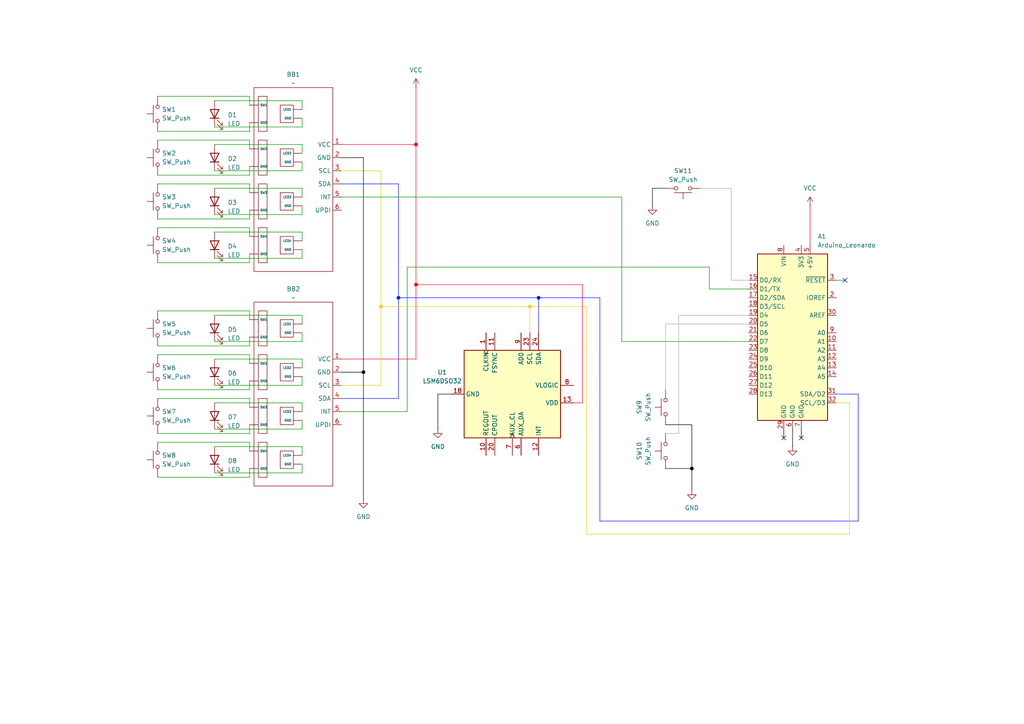
<source format=kicad_sch>
(kicad_sch (version 20231120) (generator "eeschema") (generator_version "8.0")
  (paper "A4")
  (title_block (title "Gun Controller"))
  (lib_symbols
    (symbol "Device:LED" (pin_numbers hide) (pin_names (offset 1.016) hide)
      (property "Reference" "D" (at 0 2.54 0))
      (property "Value" "LED" (at 0 -2.54 0))
      (symbol "LED_0_1"
        (polyline (pts (xy -1.27 -1.27) (xy -1.27 1.27)) (stroke (width 0.254)))
        (polyline (pts (xy -1.27 0) (xy 1.27 0)))
        (polyline (pts (xy 1.27 -1.27) (xy 1.27 1.27) (xy -1.27 0) (xy 1.27 -1.27)) (stroke (width 0.254)))
        (polyline (pts (xy -3.048 -0.762) (xy -4.572 -2.286) (xy -3.81 -2.286) (xy -4.572 -2.286) (xy -4.572 -1.524)))
        (polyline (pts (xy -1.778 -0.762) (xy -3.302 -2.286) (xy -2.54 -2.286) (xy -3.302 -2.286) (xy -3.302 -1.524)))
      )
      (symbol "LED_1_1"
        (pin passive line (at -3.81 0 0) (length 2.54) (name "K") (number "1"))
        (pin passive line (at 3.81 0 180) (length 2.54) (name "A") (number "2"))
      )
    )
    (symbol "GunProject_lib:ButtonBreakout"
      (property "Reference" "BB" (at 0 -0.762 0))
      (symbol "ButtonBreakout_0_1"
        (rectangle (start -26.67 8.89) (end 26.67 -13.97))
        (rectangle (start -24.13 -10.16) (end -13.97 -12.7))
        (rectangle (start -21.59 -2.54) (end -16.51 -6.35))
        (rectangle (start -11.43 -10.16) (end -1.27 -12.7))
        (rectangle (start -8.89 -2.54) (end -3.81 -6.35))
        (rectangle (start 1.27 -10.16) (end 11.43 -12.7))
        (rectangle (start 3.81 -2.54) (end 8.89 -6.35))
        (rectangle (start 13.97 -10.16) (end 24.13 -12.7))
        (rectangle (start 16.51 -2.54) (end 21.59 -6.35))
      )
      (symbol "ButtonBreakout_1_1"
        (pin input line (at -17.78 0 270) (length 2.54) (name "GND") (number ""))
        (pin output line (at -16.51 -15.24 90) (length 2.54) (name "GND") (number ""))
        (pin input line (at -5.08 0 270) (length 2.54) (name "GND") (number ""))
        (pin output line (at -3.81 -15.24 90) (length 2.54) (name "GND") (number ""))
        (pin input line (at 7.62 0 270) (length 2.54) (name "GND") (number ""))
        (pin output line (at 8.89 -15.24 90) (length 2.54) (name "GND") (number ""))
        (pin input line (at 20.32 0 270) (length 2.54) (name "GND") (number ""))
        (pin output line (at 21.59 -15.24 90) (length 2.54) (name "GND") (number ""))
        (pin output line (at -20.32 0 270) (length 2.54) (name "LED1") (number ""))
        (pin output line (at -7.62 0 270) (length 2.54) (name "LED2") (number ""))
        (pin output line (at 5.08 0 270) (length 2.54) (name "LED3") (number ""))
        (pin output line (at 17.78 0 270) (length 2.54) (name "LED4") (number ""))
        (pin input line (at -21.59 -15.24 90) (length 2.54) (name "SW1") (number ""))
        (pin input line (at -8.89 -15.24 90) (length 2.54) (name "SW2") (number ""))
        (pin input line (at 3.81 -15.24 90) (length 2.54) (name "SW3") (number ""))
        (pin input line (at 16.51 -15.24 90) (length 2.54) (name "SW4") (number ""))
        (pin input line (at -10.16 11.43 270) (length 2.54) (name "VCC") (number "1"))
        (pin input line (at -6.35 11.43 270) (length 2.54) (name "GND") (number "2"))
        (pin bidirectional line (at -2.54 11.43 270) (length 2.54) (name "SCL") (number "3"))
        (pin bidirectional line (at 1.27 11.43 270) (length 2.54) (name "SDA") (number "4"))
        (pin output line (at 5.08 11.43 270) (length 2.54) (name "INT") (number "5"))
        (pin bidirectional line (at 8.89 11.43 270) (length 2.54) (name "UPDI") (number "6"))
      )
    )
    (symbol "MCU_Module:Arduino_Leonardo"
      (property "Reference" "A" (at -10.16 23.495 0))
      (property "Value" "Arduino_Leonardo" (at 5.08 -26.67 0))
      (symbol "Arduino_Leonardo_0_1"
        (rectangle (start -10.16 22.86) (end 10.16 -25.4) (stroke (width 0.254)) (fill (type background)))
      )
      (symbol "Arduino_Leonardo_1_1"
        (pin no_connect line (at -10.16 -20.32 0) (length 2.54) hide (name "NC") (number "1"))
        (pin bidirectional line (at 12.7 -2.54 180) (length 2.54) (name "A1") (number "10"))
        (pin bidirectional line (at 12.7 -5.08 180) (length 2.54) (name "A2") (number "11"))
        (pin bidirectional line (at 12.7 -7.62 180) (length 2.54) (name "A3") (number "12"))
        (pin bidirectional line (at 12.7 -10.16 180) (length 2.54) (name "A4") (number "13"))
        (pin bidirectional line (at 12.7 -12.7 180) (length 2.54) (name "A5") (number "14"))
        (pin bidirectional line (at -12.7 15.24 0) (length 2.54) (name "D0/RX") (number "15"))
        (pin bidirectional line (at -12.7 12.7 0) (length 2.54) (name "D1/TX") (number "16"))
        (pin bidirectional line (at -12.7 10.16 0) (length 2.54) (name "D2/SDA") (number "17"))
        (pin bidirectional line (at -12.7 7.62 0) (length 2.54) (name "D3/SCL") (number "18"))
        (pin bidirectional line (at -12.7 5.08 0) (length 2.54) (name "D4") (number "19"))
        (pin output line (at 12.7 10.16 180) (length 2.54) (name "IOREF") (number "2"))
        (pin bidirectional line (at -12.7 2.54 0) (length 2.54) (name "D5") (number "20"))
        (pin bidirectional line (at -12.7 0 0) (length 2.54) (name "D6") (number "21"))
        (pin bidirectional line (at -12.7 -2.54 0) (length 2.54) (name "D7") (number "22"))
        (pin bidirectional line (at -12.7 -5.08 0) (length 2.54) (name "D8") (number "23"))
        (pin bidirectional line (at -12.7 -7.62 0) (length 2.54) (name "D9") (number "24"))
        (pin bidirectional line (at -12.7 -10.16 0) (length 2.54) (name "D10") (number "25"))
        (pin bidirectional line (at -12.7 -12.7 0) (length 2.54) (name "D11") (number "26"))
        (pin bidirectional line (at -12.7 -15.24 0) (length 2.54) (name "D12") (number "27"))
        (pin bidirectional line (at -12.7 -17.78 0) (length 2.54) (name "D13") (number "28"))
        (pin power_in line (at -2.54 -27.94 90) (length 2.54) (name "GND") (number "29"))
        (pin input line (at 12.7 15.24 180) (length 2.54) (name "~{RESET}") (number "3"))
        (pin input line (at 12.7 5.08 180) (length 2.54) (name "AREF") (number "30"))
        (pin bidirectional line (at 12.7 -17.78 180) (length 2.54) (name "SDA/D2") (number "31"))
        (pin bidirectional line (at 12.7 -20.32 180) (length 2.54) (name "SCL/D3") (number "32"))
        (pin power_out line (at 2.54 25.4 270) (length 2.54) (name "3V3") (number "4"))
        (pin power_out line (at 5.08 25.4 270) (length 2.54) (name "+5V") (number "5"))
        (pin power_in line (at 0 -27.94 90) (length 2.54) (name "GND") (number "6"))
        (pin power_in line (at 2.54 -27.94 90) (length 2.54) (name "GND") (number "7"))
        (pin power_in line (at -2.54 25.4 270) (length 2.54) (name "VIN") (number "8"))
        (pin bidirectional line (at 12.7 0 180) (length 2.54) (name "A0") (number "9"))
      )
    )
    (symbol "Sensor_Motion:MPU-6050"
      (property "Reference" "U" (at -11.43 13.97 0))
      (property "Value" "MPU-6050" (at 7.62 -15.24 0))
      (symbol "MPU-6050_0_0"
        (text "" (at 12.7 -2.54 0) (effects (font (size 1.27 1.27))))
      )
      (symbol "MPU-6050_0_1"
        (rectangle (start -12.7 13.97) (end 12.7 -13.97) (stroke (width 0.254)) (fill (type background)))
      )
      (symbol "MPU-6050_1_1"
        (pin input clock (at -17.78 -7.62 0) (length 5.08) (name "CLKIN") (number "1"))
        (pin passive line (at 17.78 -7.62 180) (length 5.08) (name "REGOUT") (number "10"))
        (pin input line (at -17.78 -5.08 0) (length 5.08) (name "FSYNC") (number "11"))
        (pin output line (at 17.78 7.62 180) (length 5.08) (name "INT") (number "12"))
        (pin power_in line (at 2.54 17.78 270) (length 3.81) (name "VDD") (number "13"))
        (pin no_connect line (at -12.7 -10.16 0) (length 2.54) hide (name "NC") (number "14"))
        (pin no_connect line (at 12.7 12.7 180) (length 2.54) hide (name "NC") (number "15"))
        (pin no_connect line (at 12.7 10.16 180) (length 2.54) hide (name "NC") (number "16"))
        (pin no_connect line (at 12.7 5.08 180) (length 2.54) hide (name "NC") (number "17"))
        (pin power_in line (at 0 -17.78 90) (length 3.81) (name "GND") (number "18"))
        (pin no_connect line (at 12.7 -10.16 180) (length 2.54) hide (name "RESV") (number "19"))
        (pin no_connect line (at -12.7 12.7 0) (length 2.54) hide (name "NC") (number "2"))
        (pin passive line (at 17.78 -5.08 180) (length 5.08) (name "CPOUT") (number "20"))
        (pin no_connect line (at 12.7 -2.54 180) (length 2.54) hide (name "RESV") (number "21"))
        (pin no_connect line (at 12.7 -12.7 180) (length 2.54) hide (name "RESV") (number "22"))
        (pin input line (at -17.78 5.08 0) (length 5.08) (name "SCL") (number "23"))
        (pin bidirectional line (at -17.78 7.62 0) (length 5.08) (name "SDA") (number "24"))
        (pin no_connect line (at -12.7 10.16 0) (length 2.54) hide (name "NC") (number "3"))
        (pin no_connect line (at -12.7 0 0) (length 2.54) hide (name "NC") (number "4"))
        (pin no_connect line (at -12.7 -2.54 0) (length 2.54) hide (name "NC") (number "5"))
        (pin bidirectional line (at 17.78 2.54 180) (length 5.08) (name "AUX_DA") (number "6"))
        (pin output clock (at 17.78 0 180) (length 5.08) (name "AUX_CL") (number "7"))
        (pin power_in line (at -2.54 17.78 270) (length 3.81) (name "VLOGIC") (number "8"))
        (pin input line (at -17.78 2.54 0) (length 5.08) (name "AD0") (number "9"))
      )
    )
    (symbol "Switch:SW_Push" (pin_numbers hide) (pin_names (offset 1.016) hide)
      (property "Reference" "SW" (at 1.27 2.54 0))
      (property "Value" "SW_Push" (at 0 -1.524 0))
      (symbol "SW_Push_0_1"
        (circle (center -2.032 0) (radius 0.508))
        (polyline (pts (xy 0 1.27) (xy 0 3.048)))
        (polyline (pts (xy 2.54 1.27) (xy -2.54 1.27)))
        (circle (center 2.032 0) (radius 0.508))
        (pin passive line (at -5.08 0 0) (length 2.54) (name "1") (number "1"))
        (pin passive line (at 5.08 0 180) (length 2.54) (name "2") (number "2"))
      )
    )
    (symbol "power:GND" (power) (pin_numbers hide) (pin_names (offset 0) hide)
      (property "Value" "GND" (at 0 -3.81 0))
      (symbol "GND_0_1"
        (polyline (pts (xy 0 0) (xy 0 -1.27) (xy 1.27 -1.27) (xy 0 -2.54) (xy -1.27 -1.27) (xy 0 -1.27)))
      )
      (symbol "GND_1_1"
        (pin power_in line (at 0 0 270) (length 0) (name "~") (number "1"))
      )
    )
    (symbol "power:VCC" (power) (pin_numbers hide) (pin_names (offset 0) hide)
      (property "Value" "VCC" (at 0 3.556 0))
      (symbol "VCC_0_1"
        (polyline (pts (xy -0.762 1.27) (xy 0 2.54)))
        (polyline (pts (xy 0 0) (xy 0 2.54)))
        (polyline (pts (xy 0 2.54) (xy 0.762 1.27)))
      )
      (symbol "VCC_1_1"
        (pin power_in line (at 0 0 90) (length 0) (name "~") (number "1"))
      )
    )
  )
  (junction (at 105.41 107.95) (color 0 0 0 1))
  (junction (at 153.67 88.9) (color 237 204 26 1))
  (junction (at 120.65 82.55) (color 255 0 2 1))
  (junction (at 200.66 135.89) (color 0 0 0 1))
  (junction (at 156.21 86.36) (color 0 18 255 1))
  (junction (at 110.49 88.9) (color 237 204 26 1))
  (junction (at 115.57 86.36) (color 7 24 255 1))
  (junction (at 120.65 41.91) (color 255 0 2 1))
  (no_connect (at 232.41 127))
  (no_connect (at 227.33 127))
  (no_connect (at 245.11 81.28))
  (wire (pts (xy 87.63 121.92) (xy 87.63 124.46)))
  (wire (pts (xy 72.39 97.79) (xy 72.39 100.33)))
  (wire (pts (xy 193.04 54.61) (xy 189.23 54.61)) (stroke (width 0) (color 5 5 5 1)))
  (wire (pts (xy 72.39 90.17) (xy 45.72 90.17)))
  (wire (pts (xy 72.39 92.71) (xy 72.39 90.17)))
  (wire (pts (xy 115.57 115.57) (xy 99.06 115.57)) (stroke (width 0) (color 0 18 255 1)))
  (wire (pts (xy 200.66 123.19) (xy 200.66 135.89)) (stroke (width 0) (color 0 0 0 1)))
  (wire (pts (xy 72.39 130.81) (xy 72.39 128.27)))
  (wire (pts (xy 72.39 63.5) (xy 45.72 63.5)))
  (wire (pts (xy 87.63 104.14) (xy 62.23 104.14)))
  (wire (pts (xy 156.21 86.36) (xy 173.99 86.36)) (stroke (width 0) (color 0 18 255 1)))
  (wire (pts (xy 72.39 35.56) (xy 72.39 38.1)))
  (wire (pts (xy 170.18 88.9) (xy 170.18 154.94)) (stroke (width 0) (color 237 204 26 1)))
  (wire (pts (xy 72.39 113.03) (xy 45.72 113.03)))
  (wire (pts (xy 87.63 46.99) (xy 87.63 49.53)))
  (wire (pts (xy 105.41 107.95) (xy 105.41 144.78)) (stroke (width 0) (color 0 0 0 1)))
  (wire (pts (xy 156.21 86.36) (xy 156.21 96.52)) (stroke (width 0) (color 0 18 255 1)))
  (wire (pts (xy 110.49 88.9) (xy 110.49 111.76)) (stroke (width 0) (color 237 204 26 1)))
  (wire (pts (xy 72.39 66.04) (xy 45.72 66.04)))
  (wire (pts (xy 72.39 76.2) (xy 45.72 76.2)))
  (wire (pts (xy 87.63 129.54) (xy 62.23 129.54)))
  (wire (pts (xy 87.63 134.62) (xy 87.63 137.16)))
  (wire (pts (xy 87.63 109.22) (xy 87.63 111.76)))
  (wire (pts (xy 87.63 31.75) (xy 87.63 29.21)))
  (wire (pts (xy 196.85 125.73) (xy 193.04 125.73)) (stroke (width 0) (color 174 170 159 1)))
  (wire (pts (xy 105.41 45.72) (xy 105.41 107.95)) (stroke (width 0) (color 0 0 0 1)))
  (wire (pts (xy 87.63 34.29) (xy 87.63 36.83)))
  (wire (pts (xy 110.49 49.53) (xy 99.06 49.53)) (stroke (width 0) (color 237 204 26 1)))
  (wire (pts (xy 168.91 82.55) (xy 168.91 116.84)) (stroke (width 0) (color 255 0 30 1)))
  (wire (pts (xy 118.11 119.38) (xy 118.11 77.47)))
  (wire (pts (xy 168.91 116.84) (xy 166.37 116.84)) (stroke (width 0) (color 255 0 30 1)))
  (wire (pts (xy 87.63 99.06) (xy 62.23 99.06)))
  (wire (pts (xy 248.92 151.13) (xy 248.92 114.3)) (stroke (width 0) (color 0 18 255 1)))
  (wire (pts (xy 173.99 151.13) (xy 248.92 151.13)) (stroke (width 0) (color 0 18 255 1)))
  (wire (pts (xy 87.63 116.84) (xy 62.23 116.84)))
  (wire (pts (xy 87.63 67.31) (xy 62.23 67.31)))
  (wire (pts (xy 87.63 62.23) (xy 62.23 62.23)))
  (wire (pts (xy 229.87 124.46) (xy 229.87 129.54)) (stroke (width 0) (color 0 0 0 1)))
  (wire (pts (xy 72.39 128.27) (xy 45.72 128.27)))
  (wire (pts (xy 248.92 114.3) (xy 242.57 114.3)) (stroke (width 0) (color 0 18 255 1)))
  (wire (pts (xy 72.39 115.57) (xy 45.72 115.57)))
  (wire (pts (xy 120.65 41.91) (xy 120.65 82.55)) (stroke (width 0) (color 255 0 30 1)))
  (wire (pts (xy 196.85 91.44) (xy 196.85 125.73)) (stroke (width 0) (color 174 170 159 1)))
  (wire (pts (xy 72.39 138.43) (xy 45.72 138.43)))
  (wire (pts (xy 87.63 119.38) (xy 87.63 116.84)))
  (wire (pts (xy 72.39 68.58) (xy 72.39 66.04)))
  (wire (pts (xy 99.06 45.72) (xy 105.41 45.72)) (stroke (width 0) (color 0 0 0 1)))
  (wire (pts (xy 189.23 54.61) (xy 189.23 59.69)) (stroke (width 0) (color 5 5 5 1)))
  (wire (pts (xy 127 114.3) (xy 127 124.46)) (stroke (width 0) (color 0 0 0 1)))
  (wire (pts (xy 118.11 77.47) (xy 205.74 77.47)))
  (wire (pts (xy 72.39 55.88) (xy 72.39 53.34)))
  (wire (pts (xy 153.67 88.9) (xy 153.67 96.52)) (stroke (width 0) (color 237 204 26 1)))
  (wire (pts (xy 168.91 82.55) (xy 120.65 82.55)) (stroke (width 0) (color 255 0 30 1)))
  (wire (pts (xy 87.63 72.39) (xy 87.63 74.93)))
  (wire (pts (xy 212.09 81.28) (xy 217.17 81.28)) (stroke (width 0) (color 174 170 159 1)))
  (wire (pts (xy 87.63 91.44) (xy 62.23 91.44)))
  (wire (pts (xy 72.39 38.1) (xy 45.72 38.1)))
  (wire (pts (xy 87.63 96.52) (xy 87.63 99.06)))
  (wire (pts (xy 72.39 30.48) (xy 72.39 27.94)))
  (wire (pts (xy 173.99 86.36) (xy 173.99 151.13)) (stroke (width 0) (color 0 18 255 1)))
  (wire (pts (xy 227.33 124.46) (xy 227.33 127)) (stroke (width 0) (color 0 0 0 1)))
  (wire (pts (xy 234.95 59.69) (xy 234.95 71.12)) (stroke (width 0) (color 255 0 28 1)))
  (wire (pts (xy 87.63 111.76) (xy 62.23 111.76)))
  (wire (pts (xy 212.09 54.61) (xy 212.09 81.28)) (stroke (width 0) (color 174 170 159 1)))
  (wire (pts (xy 156.21 86.36) (xy 115.57 86.36)) (stroke (width 0) (color 0 18 255 1)))
  (wire (pts (xy 87.63 74.93) (xy 62.23 74.93)))
  (wire (pts (xy 87.63 57.15) (xy 87.63 54.61)))
  (wire (pts (xy 87.63 124.46) (xy 62.23 124.46)))
  (wire (pts (xy 110.49 111.76) (xy 99.06 111.76)) (stroke (width 0) (color 237 204 26 1)))
  (wire (pts (xy 72.39 40.64) (xy 45.72 40.64)))
  (wire (pts (xy 72.39 73.66) (xy 72.39 76.2)))
  (wire (pts (xy 72.39 110.49) (xy 72.39 113.03)))
  (wire (pts (xy 72.39 118.11) (xy 72.39 115.57)))
  (wire (pts (xy 120.65 104.14) (xy 99.06 104.14)) (stroke (width 0) (color 255 0 30 1)))
  (wire (pts (xy 193.04 93.98) (xy 193.04 113.03)) (stroke (width 0) (color 174 170 159 1)))
  (wire (pts (xy 180.34 57.15) (xy 180.34 99.06)))
  (wire (pts (xy 180.34 99.06) (xy 217.17 99.06)))
  (wire (pts (xy 153.67 88.9) (xy 110.49 88.9)) (stroke (width 0) (color 237 204 26 1)))
  (wire (pts (xy 242.57 81.28) (xy 245.11 81.28)))
  (wire (pts (xy 72.39 100.33) (xy 45.72 100.33)))
  (wire (pts (xy 72.39 27.94) (xy 45.72 27.94)))
  (wire (pts (xy 72.39 60.96) (xy 72.39 63.5)))
  (wire (pts (xy 87.63 106.68) (xy 87.63 104.14)))
  (wire (pts (xy 170.18 154.94) (xy 246.38 154.94)) (stroke (width 0) (color 237 204 26 1)))
  (wire (pts (xy 72.39 135.89) (xy 72.39 138.43)))
  (wire (pts (xy 193.04 135.89) (xy 200.66 135.89)) (stroke (width 0) (color 0 0 0 1)))
  (wire (pts (xy 72.39 102.87) (xy 45.72 102.87)))
  (wire (pts (xy 72.39 105.41) (xy 72.39 102.87)))
  (wire (pts (xy 120.65 41.91) (xy 99.06 41.91)) (stroke (width 0) (color 255 0 30 1)))
  (wire (pts (xy 72.39 123.19) (xy 72.39 125.73)))
  (wire (pts (xy 87.63 36.83) (xy 62.23 36.83)))
  (wire (pts (xy 246.38 116.84) (xy 242.57 116.84)) (stroke (width 0) (color 237 204 26 1)))
  (wire (pts (xy 196.85 91.44) (xy 217.17 91.44)) (stroke (width 0) (color 174 170 159 1)))
  (wire (pts (xy 115.57 86.36) (xy 115.57 53.34)) (stroke (width 0) (color 0 18 255 1)))
  (wire (pts (xy 232.41 124.46) (xy 232.41 127)) (stroke (width 0) (color 0 0 0 1)))
  (wire (pts (xy 130.81 114.3) (xy 127 114.3)) (stroke (width 0) (color 0 0 0 1)))
  (wire (pts (xy 87.63 132.08) (xy 87.63 129.54)))
  (wire (pts (xy 203.2 54.61) (xy 212.09 54.61)) (stroke (width 0) (color 174 170 159 1)))
  (wire (pts (xy 87.63 93.98) (xy 87.63 91.44)))
  (wire (pts (xy 193.04 93.98) (xy 217.17 93.98)) (stroke (width 0) (color 174 170 159 1)))
  (wire (pts (xy 99.06 57.15) (xy 180.34 57.15)))
  (wire (pts (xy 87.63 29.21) (xy 62.23 29.21)))
  (wire (pts (xy 72.39 48.26) (xy 72.39 50.8)))
  (wire (pts (xy 72.39 125.73) (xy 45.72 125.73)))
  (wire (pts (xy 120.65 82.55) (xy 120.65 104.14)) (stroke (width 0) (color 255 0 30 1)))
  (wire (pts (xy 87.63 44.45) (xy 87.63 41.91)))
  (wire (pts (xy 72.39 50.8) (xy 45.72 50.8)))
  (wire (pts (xy 72.39 43.18) (xy 72.39 40.64)))
  (wire (pts (xy 110.49 88.9) (xy 110.49 49.53)) (stroke (width 0) (color 237 204 26 1)))
  (wire (pts (xy 87.63 59.69) (xy 87.63 62.23)))
  (wire (pts (xy 99.06 107.95) (xy 105.41 107.95)) (stroke (width 0) (color 0 0 0 1)))
  (wire (pts (xy 153.67 88.9) (xy 170.18 88.9)) (stroke (width 0) (color 237 204 26 1)))
  (wire (pts (xy 205.74 83.82) (xy 217.17 83.82)))
  (wire (pts (xy 205.74 77.47) (xy 205.74 83.82)))
  (wire (pts (xy 87.63 41.91) (xy 62.23 41.91)))
  (wire (pts (xy 115.57 53.34) (xy 99.06 53.34)) (stroke (width 0) (color 0 18 255 1)))
  (wire (pts (xy 87.63 54.61) (xy 62.23 54.61)))
  (wire (pts (xy 120.65 25.4) (xy 120.65 41.91)) (stroke (width 0) (color 255 0 30 1)))
  (wire (pts (xy 193.04 123.19) (xy 200.66 123.19)) (stroke (width 0) (color 0 0 0 1)))
  (wire (pts (xy 246.38 154.94) (xy 246.38 116.84)) (stroke (width 0) (color 237 204 26 1)))
  (wire (pts (xy 87.63 49.53) (xy 62.23 49.53)))
  (wire (pts (xy 87.63 137.16) (xy 62.23 137.16)))
  (wire (pts (xy 72.39 53.34) (xy 45.72 53.34)))
  (wire (pts (xy 99.06 119.38) (xy 118.11 119.38)))
  (wire (pts (xy 87.63 69.85) (xy 87.63 67.31)))
  (wire (pts (xy 115.57 86.36) (xy 115.57 115.57)) (stroke (width 0) (color 0 18 255 1)))
  (wire (pts (xy 200.66 135.89) (xy 200.66 142.24)) (stroke (width 0) (color 0 0 0 1)))
  (symbol (lib_id "Device:LED") (at 62.23 107.95 90) (unit 1)
    (property "Reference" "D6" (at 66.04 108.2674 90) (effects (justify right)))
    (property "Value" "LED" (at 66.04 110.8074 90) (effects (justify right)))
    (property "Description" "Light emitting diode" (effects (hide yes)))
  )
  (symbol (lib_id "Switch:SW_Push") (at 45.72 45.72 90) (unit 1)
    (property "Reference" "SW2" (at 46.99 44.4499 90) (effects (justify right)))
    (property "Value" "SW_Push" (at 46.99 46.9899 90) (effects (justify right)))
    (property "Description" "Push button switch, generic, two pins" (effects (hide yes)))
  )
  (symbol (lib_id "Device:LED") (at 62.23 120.65 90) (unit 1)
    (property "Reference" "D7" (at 66.04 120.9674 90) (effects (justify right)))
    (property "Value" "LED" (at 66.04 123.5074 90) (effects (justify right)))
    (property "Description" "Light emitting diode" (effects (hide yes)))
  )
  (symbol (lib_id "Switch:SW_Push") (at 45.72 133.35 90) (unit 1)
    (property "Reference" "SW8" (at 46.99 132.0799 90) (effects (justify right)))
    (property "Value" "SW_Push" (at 46.99 134.6199 90) (effects (justify right)))
    (property "Description" "Push button switch, generic, two pins" (effects (hide yes)))
  )
  (symbol (lib_id "Device:LED") (at 62.23 33.02 90) (unit 1)
    (property "Reference" "D1" (at 66.04 33.3374 90) (effects (justify right)))
    (property "Value" "LED" (at 66.04 35.8774 90) (effects (justify right)))
    (property "Description" "Light emitting diode" (effects (hide yes)))
  )
  (symbol (lib_id "Switch:SW_Push") (at 45.72 33.02 90) (unit 1)
    (property "Reference" "SW1" (at 46.99 31.7499 90) (effects (justify right)))
    (property "Value" "SW_Push" (at 46.99 34.2899 90) (effects (justify right)))
    (property "Description" "Push button switch, generic, two pins" (effects (hide yes)))
  )
  (symbol (lib_id "Device:LED") (at 62.23 133.35 90) (unit 1)
    (property "Reference" "D8" (at 66.04 133.6674 90) (effects (justify right)))
    (property "Value" "LED" (at 66.04 136.2074 90) (effects (justify right)))
    (property "Description" "Light emitting diode" (effects (hide yes)))
  )
  (symbol (lib_id "Switch:SW_Push") (at 45.72 95.25 90) (unit 1)
    (property "Reference" "SW5" (at 46.99 93.9799 90) (effects (justify right)))
    (property "Value" "SW_Push" (at 46.99 96.5199 90) (effects (justify right)))
    (property "Description" "Push button switch, generic, two pins" (effects (hide yes)))
  )
  (symbol (lib_id "Device:LED") (at 62.23 58.42 90) (unit 1)
    (property "Reference" "D3" (at 66.04 58.7374 90) (effects (justify right)))
    (property "Value" "LED" (at 66.04 61.2774 90) (effects (justify right)))
    (property "Description" "Light emitting diode" (effects (hide yes)))
  )
  (symbol (lib_id "Switch:SW_Push") (at 193.04 130.81 90) (unit 1)
    (property "Reference" "SW10" (at 185.42 130.81 0))
    (property "Value" "SW_Push" (at 187.96 130.81 0))
    (property "Description" "Push button switch, generic, two pins" (effects (hide yes)))
  )
  (symbol (lib_id "Switch:SW_Push") (at 193.04 118.11 90) (unit 1)
    (property "Reference" "SW9" (at 185.42 118.11 0))
    (property "Value" "SW_Push" (at 187.96 118.11 0))
    (property "Description" "Push button switch, generic, two pins" (effects (hide yes)))
  )
  (symbol (lib_id "power:VCC") (at 234.95 59.69 0) (unit 1)
    (property "Reference" "#PWR01" (effects (hide yes)))
    (property "Value" "VCC" (at 234.95 54.61 0))
    (property "Description" "Power symbol creates a global label with name \"VCC\"" (effects (hide yes)))
  )
  (symbol (lib_id "Sensor_Motion:MPU-6050") (at 148.59 114.3 270) (unit 1)
    (property "Reference" "U1" (at 128.27 107.9814 90))
    (property "Value" "LSM6DSO32" (at 128.27 110.5214 90))
    (property "Footprint" "Sensor_Motion:InvenSense_QFN-24_4x4mm_P0.5mm" (effects (hide yes)))
    (property "Datasheet" "https://invensense.tdk.com/wp-content/uploads/2015/02/MPU-6000-Datasheet1.pdf" (effects (hide yes)))
    (property "Description" "InvenSense 6-Axis Motion Sensor, Gyroscope, Accelerometer, I2C" (effects (hide yes)))
  )
  (symbol (lib_id "Switch:SW_Push") (at 45.72 58.42 90) (unit 1)
    (property "Reference" "SW3" (at 46.99 57.1499 90) (effects (justify right)))
    (property "Value" "SW_Push" (at 46.99 59.6899 90) (effects (justify right)))
    (property "Description" "Push button switch, generic, two pins" (effects (hide yes)))
  )
  (symbol (lib_id "Switch:SW_Push") (at 45.72 71.12 90) (unit 1)
    (property "Reference" "SW4" (at 46.99 69.8499 90) (effects (justify right)))
    (property "Value" "SW_Push" (at 46.99 72.3899 90) (effects (justify right)))
    (property "Description" "Push button switch, generic, two pins" (effects (hide yes)))
  )
  (symbol (lib_id "Device:LED") (at 62.23 95.25 90) (unit 1)
    (property "Reference" "D5" (at 66.04 95.5674 90) (effects (justify right)))
    (property "Value" "LED" (at 66.04 98.1074 90) (effects (justify right)))
    (property "Description" "Light emitting diode" (effects (hide yes)))
  )
  (symbol (lib_id "Device:LED") (at 62.23 45.72 90) (unit 1)
    (property "Reference" "D2" (at 66.04 46.0374 90) (effects (justify right)))
    (property "Value" "LED" (at 66.04 48.5774 90) (effects (justify right)))
    (property "Description" "Light emitting diode" (effects (hide yes)))
  )
  (symbol (lib_id "GunProject_lib:ButtonBreakout") (at 87.63 114.3 270) (unit 1)
    (property "Reference" "BB2" (at 85.09 83.82 90))
    (property "Value" "~" (at 85.09 86.36 90))
  )
  (symbol (lib_id "power:GND") (at 229.87 129.54 0) (unit 1)
    (property "Reference" "#PWR02" (effects (hide yes)))
    (property "Value" "GND" (at 229.87 134.62 0))
    (property "Description" "Power symbol creates a global label with name \"GND\" , ground" (effects (hide yes)))
  )
  (symbol (lib_id "Switch:SW_Push") (at 198.12 54.61 180) (unit 1)
    (property "Reference" "SW11" (at 198.12 49.53 0))
    (property "Value" "SW_Push" (at 198.12 52.07 0))
    (property "Description" "Push button switch, generic, two pins" (effects (hide yes)))
  )
  (symbol (lib_id "power:GND") (at 189.23 59.69 0) (unit 1)
    (property "Reference" "#PWR04" (effects (hide yes)))
    (property "Value" "GND" (at 189.23 64.77 0))
    (property "Description" "Power symbol creates a global label with name \"GND\" , ground" (effects (hide yes)))
  )
  (symbol (lib_id "power:GND") (at 200.66 142.24 0) (unit 1)
    (property "Reference" "#PWR07" (effects (hide yes)))
    (property "Value" "GND" (at 200.66 147.32 0))
    (property "Description" "Power symbol creates a global label with name \"GND\" , ground" (effects (hide yes)))
  )
  (symbol (lib_id "MCU_Module:Arduino_Leonardo") (at 229.87 96.52 0) (unit 1)
    (property "Reference" "A1" (at 237.1441 68.58 0) (effects (justify left)))
    (property "Value" "Arduino_Leonardo" (at 237.1441 71.12 0) (effects (justify left)))
    (property "Footprint" "Module:Arduino_UNO_R3" (effects (hide yes)))
    (property "Datasheet" "https://www.arduino.cc/en/Main/ArduinoBoardLeonardo" (effects (hide yes)))
    (property "Description" "Arduino LEONARDO Microcontroller Module" (effects (hide yes)))
  )
  (symbol (lib_id "power:GND") (at 127 124.46 0) (unit 1)
    (property "Reference" "#PWR03" (effects (hide yes)))
    (property "Value" "GND" (at 127 129.54 0))
    (property "Description" "Power symbol creates a global label with name \"GND\" , ground" (effects (hide yes)))
  )
  (symbol (lib_id "GunProject_lib:ButtonBreakout") (at 87.63 52.07 270) (unit 1)
    (property "Reference" "BB1" (at 85.09 21.59 90))
    (property "Value" "~" (at 85.09 24.13 90))
  )
  (symbol (lib_id "Device:LED") (at 62.23 71.12 90) (unit 1)
    (property "Reference" "D4" (at 66.04 71.4374 90) (effects (justify right)))
    (property "Value" "LED" (at 66.04 73.9774 90) (effects (justify right)))
    (property "Description" "Light emitting diode" (effects (hide yes)))
  )
  (symbol (lib_id "power:VCC") (at 120.65 25.4 0) (unit 1)
    (property "Reference" "#PWR05" (effects (hide yes)))
    (property "Value" "VCC" (at 120.65 20.32 0))
    (property "Description" "Power symbol creates a global label with name \"VCC\"" (effects (hide yes)))
  )
  (symbol (lib_id "Switch:SW_Push") (at 45.72 120.65 90) (unit 1)
    (property "Reference" "SW7" (at 46.99 119.3799 90) (effects (justify right)))
    (property "Value" "SW_Push" (at 46.99 121.9199 90) (effects (justify right)))
    (property "Description" "Push button switch, generic, two pins" (effects (hide yes)))
  )
  (symbol (lib_id "Switch:SW_Push") (at 45.72 107.95 90) (unit 1)
    (property "Reference" "SW6" (at 46.99 106.6799 90) (effects (justify right)))
    (property "Value" "SW_Push" (at 46.99 109.2199 90) (effects (justify right)))
    (property "Description" "Push button switch, generic, two pins" (effects (hide yes)))
  )
  (symbol (lib_id "power:GND") (at 105.41 144.78 0) (unit 1)
    (property "Reference" "#PWR06" (effects (hide yes)))
    (property "Value" "GND" (at 105.41 149.86 0))
    (property "Description" "Power symbol creates a global label with name \"GND\" , ground" (effects (hide yes)))
  )
)
</source>
